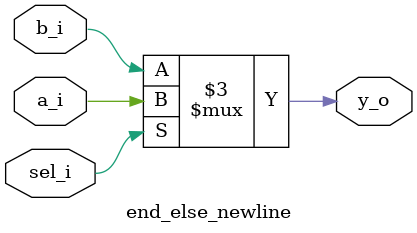
<source format=sv>
module end_else_newline (
  input  logic sel_i,
  input  logic a_i,
  input  logic b_i,
  output logic y_o
);

always_comb begin
  if (sel_i) begin
    y_o = a_i;
  end
  else begin
    y_o = b_i;
  end
end

endmodule

</source>
